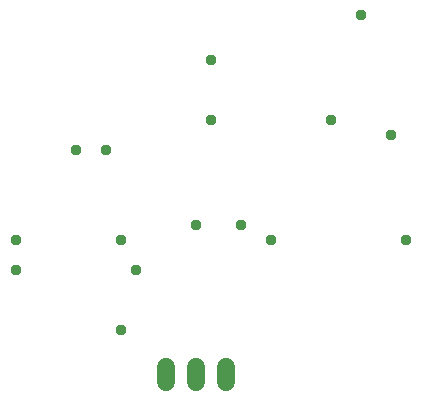
<source format=gbr>
G04 EAGLE Gerber RS-274X export*
G75*
%MOMM*%
%FSLAX34Y34*%
%LPD*%
%INSoldermask Bottom*%
%IPPOS*%
%AMOC8*
5,1,8,0,0,1.08239X$1,22.5*%
G01*
%ADD10C,1.524000*%
%ADD11C,0.959600*%


D10*
X254000Y82296D02*
X254000Y95504D01*
X304800Y95504D02*
X304800Y82296D01*
X279400Y82296D02*
X279400Y95504D01*
D11*
X177800Y279400D03*
X203200Y279400D03*
X279400Y215900D03*
X317500Y215900D03*
X393700Y304800D03*
X419100Y393700D03*
X444500Y292100D03*
X228600Y177800D03*
X127000Y177800D03*
X457200Y203200D03*
X342900Y203200D03*
X292100Y355600D03*
X292100Y304800D03*
X215900Y203200D03*
X127000Y203200D03*
X215900Y127000D03*
M02*

</source>
